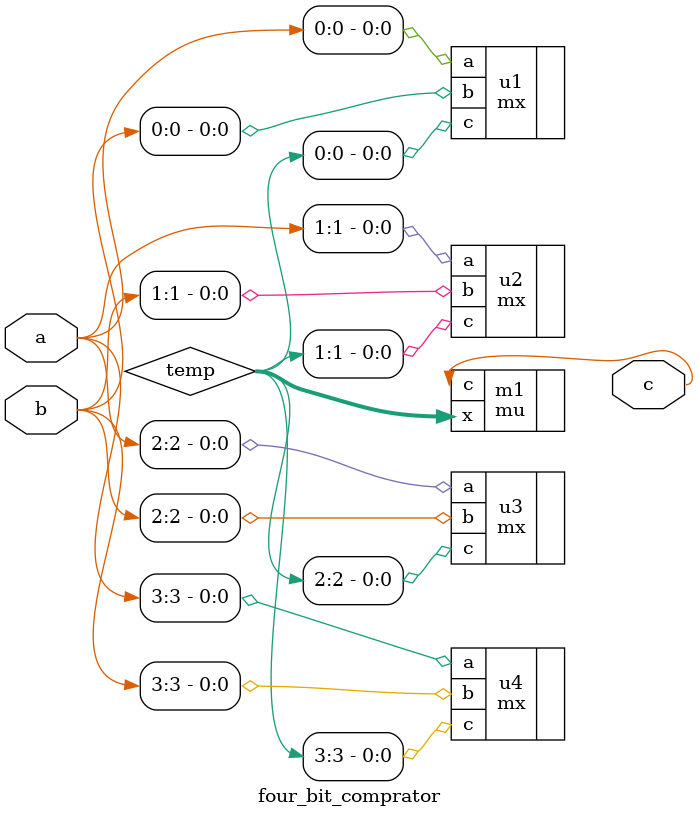
<source format=v>
`timescale 1ns / 1ps

module four_bit_comprator(
    input wire [3:0] a,
    input wire [3: 0] b,
    output wire c
    );


    wire [3 : 0] temp;
    mx u1 ( .a(a[0]), .b(b[0]), .c(temp[0]));
    mx u2 ( .a(a[1]), .b(b[1]), .c(temp[1]));
    mx u3 ( .a(a[2]), .b(b[2]), .c(temp[2]));
    mx u4 ( .a(a[3]), .b(b[3]), .c(temp[3]));
    mu m1 ( .x(temp), .c(c));
endmodule

</source>
